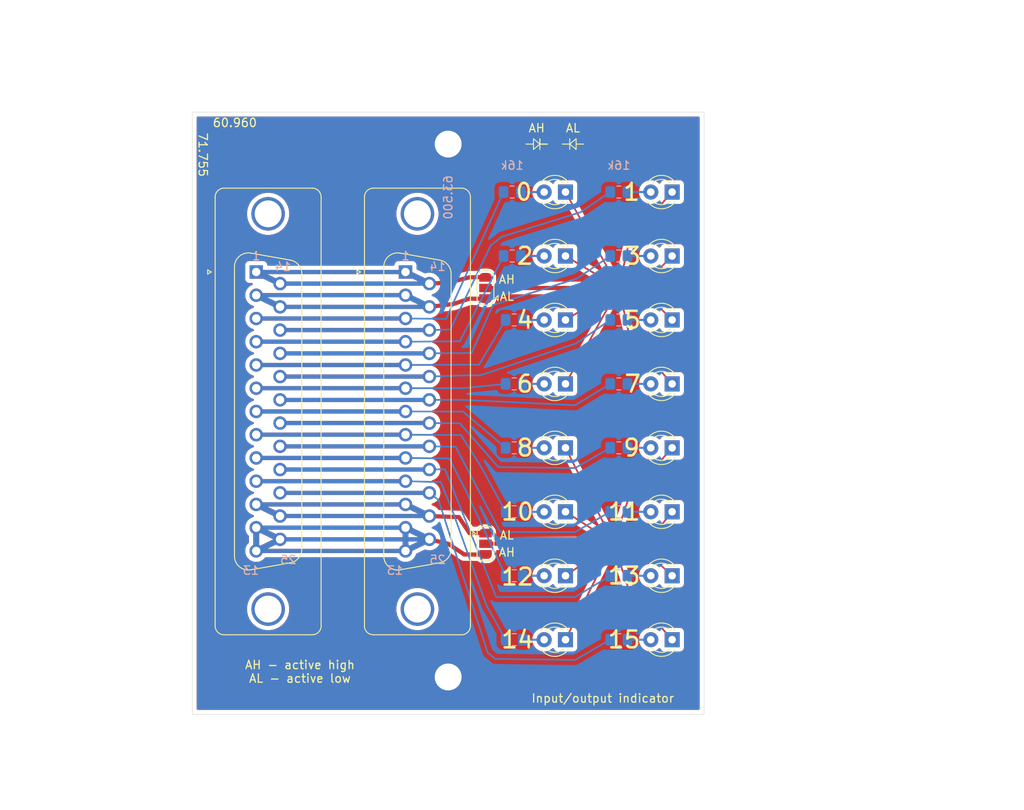
<source format=kicad_pcb>
(kicad_pcb (version 20171130) (host pcbnew 5.1.5+dfsg1-2build2)
  (layers (0 F.Cu signal) (31 B.Cu signal) (34 B.Paste user) (35 F.Paste user) (36 B.SilkS user) (37 F.SilkS user) (38 B.Mask user) (39 F.Mask user) (44 Edge.Cuts user))
  (net 0 "")
  (net 1 "Net-(D1-Pad2)")
  (net 2 GND)
  (net 3 "Net-(D2-Pad2)")
  (net 4 "Net-(D3-Pad2)")
  (net 5 "Net-(D4-Pad2)")
  (net 6 "Net-(D5-Pad2)")
  (net 7 "Net-(D6-Pad2)")
  (net 8 "Net-(D7-Pad2)")
  (net 9 "Net-(D8-Pad2)")
  (net 10 "Net-(D9-Pad2)")
  (net 11 "Net-(D10-Pad2)")
  (net 12 "Net-(D11-Pad2)")
  (net 13 "Net-(D12-Pad2)")
  (net 14 "Net-(D13-Pad2)")
  (net 15 "Net-(D14-Pad2)")
  (net 16 "Net-(D15-Pad2)")
  (net 17 "Net-(D16-Pad2)")
  (net 18 L14)
  (net 19 L12)
  (net 20 L10)
  (net 21 L8)
  (net 22 L6)
  (net 23 L4)
  (net 24 L2)
  (net 25 L15)
  (net 26 L13)
  (net 27 L11)
  (net 28 L9)
  (net 29 L7)
  (net 30 L5)
  (net 31 L3)
  (net 32 L1)
  (net 33 VP0_7)
  (net 34 "Net-(D1-Pad1)")
  (net 35 VP8_15)
  (net 36 "Net-(D10-Pad1)")
  (net 37 VM8_15)
  (net 38 VM0_7)
  (net 39 L0)
  (module Jumper:SolderJumper-3_P1.3mm_Open_RoundedPad1.0x1.5mm (layer F.Cu) (at 95.885 87.63 270)
    (fp_text reference JP2 hide)
    (fp_text value Jumper_3_Open hide)
    (pad 2 smd rect (at 0 0 270) (size 1 1.5) (layers F.Cu F.Mask) (net 36 "Net-(D10-Pad1)"))
    (pad 3 smd custom (at 1.3 0 270) (size 1 0.5) (layers F.Cu F.Mask) (net 37 VM8_15) (options (clearance outline) (anchor rect)) (primitives (gr_circle (center 0 0.25) (end 0.5 0.25) (width 0)) (gr_circle (center 0 -0.25) (end 0.5 -0.25) (width 0)) (gr_poly (pts (xy -0.55 -0.75) (xy 0 -0.75) (xy 0 0.75) (xy -0.55 0.75)) (width 0))))
    (pad 1 smd custom (at -1.3 0 270) (size 1 0.5) (layers F.Cu F.Mask) (net 35 VP8_15) (options (clearance outline) (anchor rect)) (primitives (gr_circle (center 0 0.25) (end 0.5 0.25) (width 0)) (gr_circle (center 0 -0.25) (end 0.5 -0.25) (width 0)) (gr_poly (pts (xy 0.55 -0.75) (xy 0 -0.75) (xy 0 0.75) (xy 0.55 0.75)) (width 0))))
  )
  (module Jumper:SolderJumper-3_P1.3mm_Open_RoundedPad1.0x1.5mm (layer F.Cu) (at 95.885 57.15 90)
    (fp_text reference JP1 hide)
    (fp_text value Jumper_3_Open hide)
    (pad 2 smd rect (at 0 0 90) (size 1 1.5) (layers F.Cu F.Mask) (net 34 "Net-(D1-Pad1)"))
    (pad 3 smd custom (at 1.3 0 90) (size 1 0.5) (layers F.Cu F.Mask) (net 38 VM0_7) (options (clearance outline) (anchor rect)) (primitives (gr_circle (center 0 0.25) (end 0.5 0.25) (width 0)) (gr_circle (center 0 -0.25) (end 0.5 -0.25) (width 0)) (gr_poly (pts (xy -0.55 -0.75) (xy 0 -0.75) (xy 0 0.75) (xy -0.55 0.75)) (width 0))))
    (pad 1 smd custom (at -1.3 0 90) (size 1 0.5) (layers F.Cu F.Mask) (net 33 VP0_7) (options (clearance outline) (anchor rect)) (primitives (gr_circle (center 0 0.25) (end 0.5 0.25) (width 0)) (gr_circle (center 0 -0.25) (end 0.5 -0.25) (width 0)) (gr_poly (pts (xy 0.55 -0.75) (xy 0 -0.75) (xy 0 0.75) (xy 0.55 0.75)) (width 0))))
  )
  (module MountingHole:MountingHole_3.2mm_M3_Pad (layer F.Cu) (at 91.44 103.505)
    (fp_text reference H2 hide)
    (fp_text value MountingHole_Pad hide)
    (pad 1 thru_hole circle (at 0 0) (size 6.4 6.4) (drill 3.2) (layers *.Cu *.Mask) (net 2 GND))
  )
  (module MountingHole:MountingHole_3.2mm_M3_Pad (layer F.Cu) (at 91.44 40.005)
    (fp_text reference H1 hide)
    (fp_text value MountingHole_Pad hide)
    (pad 1 thru_hole circle (at 0 0) (size 6.4 6.4) (drill 3.2) (layers *.Cu *.Mask) (net 2 GND))
  )
  (module Resistor_SMD:R_0805_2012Metric_Pad1.15x1.40mm_HandSolder (layer B.Cu) (at 111.76 83.82 180)
    (fp_text reference R12 hide)
    (fp_text value 16k hide)
    (pad 2 smd roundrect (at 1.025 0 180) (size 1.15 1.4) (layers B.Cu B.Paste B.Mask) (roundrect_rratio 0.217391) (net 27 L11))
    (pad 1 smd roundrect (at -1.025 0 180) (size 1.15 1.4) (layers B.Cu B.Paste B.Mask) (roundrect_rratio 0.217391) (net 13 "Net-(D12-Pad2)"))
  )
  (module Resistor_SMD:R_0805_2012Metric_Pad1.15x1.40mm_HandSolder (layer B.Cu) (at 111.76 91.44 180)
    (fp_text reference R14 hide)
    (fp_text value 16k hide)
    (pad 2 smd roundrect (at 1.025 0 180) (size 1.15 1.4) (layers B.Cu B.Paste B.Mask) (roundrect_rratio 0.217391) (net 26 L13))
    (pad 1 smd roundrect (at -1.025 0 180) (size 1.15 1.4) (layers B.Cu B.Paste B.Mask) (roundrect_rratio 0.217391) (net 15 "Net-(D14-Pad2)"))
  )
  (module LED_THT:LED_D3.0mm (layer F.Cu) (at 118.11 68.58 180)
    (fp_text reference D8 hide)
    (fp_text value 7 (at 4.699 0) (layer F.SilkS) (effects (font (size 2 2) (thickness 0.3))))
    (pad 2 thru_hole circle (at 2.54 0 180) (size 1.8 1.8) (drill 0.9) (layers *.Cu *.Mask) (net 9 "Net-(D8-Pad2)"))
    (pad 1 thru_hole rect (at 0 0 180) (size 1.8 1.8) (drill 0.9) (layers *.Cu *.Mask) (net 34 "Net-(D1-Pad1)"))
  )
  (module LED_THT:LED_D3.0mm (layer F.Cu) (at 118.11 60.96 180)
    (fp_text reference D6 hide)
    (fp_text value 5 (at 4.699 0) (layer F.SilkS) (effects (font (size 2 2) (thickness 0.3))))
    (pad 2 thru_hole circle (at 2.54 0 180) (size 1.8 1.8) (drill 0.9) (layers *.Cu *.Mask) (net 7 "Net-(D6-Pad2)"))
    (pad 1 thru_hole rect (at 0 0 180) (size 1.8 1.8) (drill 0.9) (layers *.Cu *.Mask) (net 34 "Net-(D1-Pad1)"))
  )
  (module LED_THT:LED_D3.0mm (layer F.Cu) (at 118.11 76.2 180)
    (fp_text reference D10 hide)
    (fp_text value 9 (at 4.826 0) (layer F.SilkS) (effects (font (size 2 2) (thickness 0.3))))
    (pad 2 thru_hole circle (at 2.54 0 180) (size 1.8 1.8) (drill 0.9) (layers *.Cu *.Mask) (net 11 "Net-(D10-Pad2)"))
    (pad 1 thru_hole rect (at 0 0 180) (size 1.8 1.8) (drill 0.9) (layers *.Cu *.Mask) (net 36 "Net-(D10-Pad1)"))
  )
  (module LED_THT:LED_D3.0mm (layer F.Cu) (at 118.11 99.06 180)
    (fp_text reference D16 hide)
    (fp_text value 15 (at 5.715 0) (layer F.SilkS) (effects (font (size 2 2) (thickness 0.3))))
    (pad 2 thru_hole circle (at 2.54 0 180) (size 1.8 1.8) (drill 0.9) (layers *.Cu *.Mask) (net 17 "Net-(D16-Pad2)"))
    (pad 1 thru_hole rect (at 0 0 180) (size 1.8 1.8) (drill 0.9) (layers *.Cu *.Mask) (net 36 "Net-(D10-Pad1)"))
  )
  (module LED_THT:LED_D3.0mm (layer F.Cu) (at 118.11 45.72 180)
    (fp_text reference D2 hide)
    (fp_text value 1 (at 4.826 0) (layer F.SilkS) (effects (font (size 2 2) (thickness 0.3))))
    (pad 2 thru_hole circle (at 2.54 0 180) (size 1.8 1.8) (drill 0.9) (layers *.Cu *.Mask) (net 3 "Net-(D2-Pad2)"))
    (pad 1 thru_hole rect (at 0 0 180) (size 1.8 1.8) (drill 0.9) (layers *.Cu *.Mask) (net 34 "Net-(D1-Pad1)"))
  )
  (module LED_THT:LED_D3.0mm (layer F.Cu) (at 118.11 83.82 180)
    (fp_text reference D12 hide)
    (fp_text value 11 (at 5.715 0) (layer F.SilkS) (effects (font (size 2 2) (thickness 0.3))))
    (pad 2 thru_hole circle (at 2.54 0 180) (size 1.8 1.8) (drill 0.9) (layers *.Cu *.Mask) (net 13 "Net-(D12-Pad2)"))
    (pad 1 thru_hole rect (at 0 0 180) (size 1.8 1.8) (drill 0.9) (layers *.Cu *.Mask) (net 36 "Net-(D10-Pad1)"))
  )
  (module Resistor_SMD:R_0805_2012Metric_Pad1.15x1.40mm_HandSolder (layer B.Cu) (at 111.76 60.96 180)
    (fp_text reference R6 hide)
    (fp_text value 16k hide)
    (pad 2 smd roundrect (at 1.025 0 180) (size 1.15 1.4) (layers B.Cu B.Paste B.Mask) (roundrect_rratio 0.217391) (net 30 L5))
    (pad 1 smd roundrect (at -1.025 0 180) (size 1.15 1.4) (layers B.Cu B.Paste B.Mask) (roundrect_rratio 0.217391) (net 7 "Net-(D6-Pad2)"))
  )
  (module Resistor_SMD:R_0805_2012Metric_Pad1.15x1.40mm_HandSolder (layer B.Cu) (at 111.76 53.34 180)
    (fp_text reference R4 hide)
    (fp_text value 16k hide)
    (pad 2 smd roundrect (at 1.025 0 180) (size 1.15 1.4) (layers B.Cu B.Paste B.Mask) (roundrect_rratio 0.217391) (net 31 L3))
    (pad 1 smd roundrect (at -1.025 0 180) (size 1.15 1.4) (layers B.Cu B.Paste B.Mask) (roundrect_rratio 0.217391) (net 5 "Net-(D4-Pad2)"))
  )
  (module Resistor_SMD:R_0805_2012Metric_Pad1.15x1.40mm_HandSolder (layer B.Cu) (at 111.76 99.06 180)
    (fp_text reference R16 hide)
    (fp_text value 16k hide)
    (pad 2 smd roundrect (at 1.025 0 180) (size 1.15 1.4) (layers B.Cu B.Paste B.Mask) (roundrect_rratio 0.217391) (net 25 L15))
    (pad 1 smd roundrect (at -1.025 0 180) (size 1.15 1.4) (layers B.Cu B.Paste B.Mask) (roundrect_rratio 0.217391) (net 17 "Net-(D16-Pad2)"))
  )
  (module Resistor_SMD:R_0805_2012Metric_Pad1.15x1.40mm_HandSolder (layer B.Cu) (at 111.76 76.2 180)
    (fp_text reference R10 hide)
    (fp_text value 16k hide)
    (pad 2 smd roundrect (at 1.025 0 180) (size 1.15 1.4) (layers B.Cu B.Paste B.Mask) (roundrect_rratio 0.217391) (net 28 L9))
    (pad 1 smd roundrect (at -1.025 0 180) (size 1.15 1.4) (layers B.Cu B.Paste B.Mask) (roundrect_rratio 0.217391) (net 11 "Net-(D10-Pad2)"))
  )
  (module Resistor_SMD:R_0805_2012Metric_Pad1.15x1.40mm_HandSolder (layer B.Cu) (at 111.76 68.58 180)
    (fp_text reference R8 hide)
    (fp_text value 16k hide)
    (pad 2 smd roundrect (at 1.025 0 180) (size 1.15 1.4) (layers B.Cu B.Paste B.Mask) (roundrect_rratio 0.217391) (net 29 L7))
    (pad 1 smd roundrect (at -1.025 0 180) (size 1.15 1.4) (layers B.Cu B.Paste B.Mask) (roundrect_rratio 0.217391) (net 9 "Net-(D8-Pad2)"))
  )
  (module Resistor_SMD:R_0805_2012Metric_Pad1.15x1.40mm_HandSolder (layer B.Cu) (at 111.76 45.72 180)
    (fp_text reference R2 hide)
    (fp_text value 16k hide)
    (pad 2 smd roundrect (at 1.025 0 180) (size 1.15 1.4) (layers B.Cu B.Paste B.Mask) (roundrect_rratio 0.217391) (net 32 L1))
    (pad 1 smd roundrect (at -1.025 0 180) (size 1.15 1.4) (layers B.Cu B.Paste B.Mask) (roundrect_rratio 0.217391) (net 3 "Net-(D2-Pad2)"))
  )
  (module LED_THT:LED_D3.0mm (layer F.Cu) (at 118.11 91.44 180)
    (fp_text reference D14 hide)
    (fp_text value 13 (at 5.715 0) (layer F.SilkS) (effects (font (size 2 2) (thickness 0.3))))
    (pad 2 thru_hole circle (at 2.54 0 180) (size 1.8 1.8) (drill 0.9) (layers *.Cu *.Mask) (net 15 "Net-(D14-Pad2)"))
    (pad 1 thru_hole rect (at 0 0 180) (size 1.8 1.8) (drill 0.9) (layers *.Cu *.Mask) (net 36 "Net-(D10-Pad1)"))
  )
  (module LED_THT:LED_D3.0mm (layer F.Cu) (at 118.11 53.34 180)
    (fp_text reference D4 hide)
    (fp_text value 3 (at 4.699 0) (layer F.SilkS) (effects (font (size 2 2) (thickness 0.3))))
    (pad 2 thru_hole circle (at 2.54 0 180) (size 1.8 1.8) (drill 0.9) (layers *.Cu *.Mask) (net 5 "Net-(D4-Pad2)"))
    (pad 1 thru_hole rect (at 0 0 180) (size 1.8 1.8) (drill 0.9) (layers *.Cu *.Mask) (net 34 "Net-(D1-Pad1)"))
  )
  (module Connector_Dsub:DSUB-25_Female_Vertical_P2.77x2.84mm_MountingHoles (layer F.Cu) (at 86.36 55.245 90)
    (fp_text reference J2 hide)
    (fp_text value DB25_Female hide)
    (pad 0 thru_hole circle (at 6.93 1.42 90) (size 4 4) (drill 3.2) (layers *.Cu *.Mask))
    (pad 0 thru_hole circle (at -40.17 1.42 90) (size 4 4) (drill 3.2) (layers *.Cu *.Mask))
    (pad 25 thru_hole circle (at -31.855 2.84 90) (size 1.6 1.6) (drill 1) (layers *.Cu *.Mask) (net 37 VM8_15))
    (pad 24 thru_hole circle (at -29.085 2.84 90) (size 1.6 1.6) (drill 1) (layers *.Cu *.Mask) (net 35 VP8_15))
    (pad 23 thru_hole circle (at -26.315 2.84 90) (size 1.6 1.6) (drill 1) (layers *.Cu *.Mask) (net 25 L15))
    (pad 22 thru_hole circle (at -23.545 2.84 90) (size 1.6 1.6) (drill 1) (layers *.Cu *.Mask) (net 26 L13))
    (pad 21 thru_hole circle (at -20.775 2.84 90) (size 1.6 1.6) (drill 1) (layers *.Cu *.Mask) (net 27 L11))
    (pad 20 thru_hole circle (at -18.005 2.84 90) (size 1.6 1.6) (drill 1) (layers *.Cu *.Mask) (net 28 L9))
    (pad 19 thru_hole circle (at -15.235 2.84 90) (size 1.6 1.6) (drill 1) (layers *.Cu *.Mask) (net 29 L7))
    (pad 18 thru_hole circle (at -12.465 2.84 90) (size 1.6 1.6) (drill 1) (layers *.Cu *.Mask) (net 30 L5))
    (pad 17 thru_hole circle (at -9.695 2.84 90) (size 1.6 1.6) (drill 1) (layers *.Cu *.Mask) (net 31 L3))
    (pad 16 thru_hole circle (at -6.925 2.84 90) (size 1.6 1.6) (drill 1) (layers *.Cu *.Mask) (net 32 L1))
    (pad 15 thru_hole circle (at -4.155 2.84 90) (size 1.6 1.6) (drill 1) (layers *.Cu *.Mask) (net 33 VP0_7))
    (pad 14 thru_hole circle (at -1.385 2.84 90) (size 1.6 1.6) (drill 1) (layers *.Cu *.Mask) (net 38 VM0_7))
    (pad 13 thru_hole circle (at -33.24 0 90) (size 1.6 1.6) (drill 1) (layers *.Cu *.Mask) (net 37 VM8_15))
    (pad 12 thru_hole circle (at -30.47 0 90) (size 1.6 1.6) (drill 1) (layers *.Cu *.Mask) (net 37 VM8_15))
    (pad 11 thru_hole circle (at -27.7 0 90) (size 1.6 1.6) (drill 1) (layers *.Cu *.Mask) (net 35 VP8_15))
    (pad 10 thru_hole circle (at -24.93 0 90) (size 1.6 1.6) (drill 1) (layers *.Cu *.Mask) (net 18 L14))
    (pad 9 thru_hole circle (at -22.16 0 90) (size 1.6 1.6) (drill 1) (layers *.Cu *.Mask) (net 19 L12))
    (pad 8 thru_hole circle (at -19.39 0 90) (size 1.6 1.6) (drill 1) (layers *.Cu *.Mask) (net 20 L10))
    (pad 7 thru_hole circle (at -16.62 0 90) (size 1.6 1.6) (drill 1) (layers *.Cu *.Mask) (net 21 L8))
    (pad 6 thru_hole circle (at -13.85 0 90) (size 1.6 1.6) (drill 1) (layers *.Cu *.Mask) (net 22 L6))
    (pad 5 thru_hole circle (at -11.08 0 90) (size 1.6 1.6) (drill 1) (layers *.Cu *.Mask) (net 23 L4))
    (pad 4 thru_hole circle (at -8.31 0 90) (size 1.6 1.6) (drill 1) (layers *.Cu *.Mask) (net 24 L2))
    (pad 3 thru_hole circle (at -5.54 0 90) (size 1.6 1.6) (drill 1) (layers *.Cu *.Mask) (net 39 L0))
    (pad 2 thru_hole circle (at -2.77 0 90) (size 1.6 1.6) (drill 1) (layers *.Cu *.Mask) (net 33 VP0_7))
    (pad 1 thru_hole rect (at 0 0 90) (size 1.6 1.6) (drill 1) (layers *.Cu *.Mask) (net 38 VM0_7))
  )
  (module Resistor_SMD:R_0805_2012Metric_Pad1.15x1.40mm_HandSolder (layer B.Cu) (at 99.305 99.06 180)
    (fp_text reference R15 hide)
    (fp_text value 16k hide)
    (pad 2 smd roundrect (at 1.025 0 180) (size 1.15 1.4) (layers B.Cu B.Paste B.Mask) (roundrect_rratio 0.217391) (net 18 L14))
    (pad 1 smd roundrect (at -1.025 0 180) (size 1.15 1.4) (layers B.Cu B.Paste B.Mask) (roundrect_rratio 0.217391) (net 16 "Net-(D15-Pad2)"))
  )
  (module Resistor_SMD:R_0805_2012Metric_Pad1.15x1.40mm_HandSolder (layer B.Cu) (at 99.305 91.44 180)
    (fp_text reference R13 hide)
    (fp_text value 16k hide)
    (pad 2 smd roundrect (at 1.025 0 180) (size 1.15 1.4) (layers B.Cu B.Paste B.Mask) (roundrect_rratio 0.217391) (net 19 L12))
    (pad 1 smd roundrect (at -1.025 0 180) (size 1.15 1.4) (layers B.Cu B.Paste B.Mask) (roundrect_rratio 0.217391) (net 14 "Net-(D13-Pad2)"))
  )
  (module Resistor_SMD:R_0805_2012Metric_Pad1.15x1.40mm_HandSolder (layer B.Cu) (at 99.305 83.82 180)
    (fp_text reference R11 hide)
    (fp_text value 16k hide)
    (pad 2 smd roundrect (at 1.025 0 180) (size 1.15 1.4) (layers B.Cu B.Paste B.Mask) (roundrect_rratio 0.217391) (net 20 L10))
    (pad 1 smd roundrect (at -1.025 0 180) (size 1.15 1.4) (layers B.Cu B.Paste B.Mask) (roundrect_rratio 0.217391) (net 12 "Net-(D11-Pad2)"))
  )
  (module Resistor_SMD:R_0805_2012Metric_Pad1.15x1.40mm_HandSolder (layer B.Cu) (at 99.305 76.2 180)
    (fp_text reference R9 hide)
    (fp_text value 16k hide)
    (pad 2 smd roundrect (at 1.025 0 180) (size 1.15 1.4) (layers B.Cu B.Paste B.Mask) (roundrect_rratio 0.217391) (net 21 L8))
    (pad 1 smd roundrect (at -1.025 0 180) (size 1.15 1.4) (layers B.Cu B.Paste B.Mask) (roundrect_rratio 0.217391) (net 10 "Net-(D9-Pad2)"))
  )
  (module Resistor_SMD:R_0805_2012Metric_Pad1.15x1.40mm_HandSolder (layer B.Cu) (at 99.305 68.58 180)
    (fp_text reference R7 hide)
    (fp_text value 16k hide)
    (pad 2 smd roundrect (at 1.025 0 180) (size 1.15 1.4) (layers B.Cu B.Paste B.Mask) (roundrect_rratio 0.217391) (net 22 L6))
    (pad 1 smd roundrect (at -1.025 0 180) (size 1.15 1.4) (layers B.Cu B.Paste B.Mask) (roundrect_rratio 0.217391) (net 8 "Net-(D7-Pad2)"))
  )
  (module Resistor_SMD:R_0805_2012Metric_Pad1.15x1.40mm_HandSolder (layer B.Cu) (at 99.305 60.96 180)
    (fp_text reference R5 hide)
    (fp_text value 16k hide)
    (pad 2 smd roundrect (at 1.025 0 180) (size 1.15 1.4) (layers B.Cu B.Paste B.Mask) (roundrect_rratio 0.217391) (net 23 L4))
    (pad 1 smd roundrect (at -1.025 0 180) (size 1.15 1.4) (layers B.Cu B.Paste B.Mask) (roundrect_rratio 0.217391) (net 6 "Net-(D5-Pad2)"))
  )
  (module Resistor_SMD:R_0805_2012Metric_Pad1.15x1.40mm_HandSolder (layer B.Cu) (at 99.06 53.34 180)
    (fp_text reference R3 hide)
    (fp_text value 16k hide)
    (pad 2 smd roundrect (at 1.025 0 180) (size 1.15 1.4) (layers B.Cu B.Paste B.Mask) (roundrect_rratio 0.217391) (net 24 L2))
    (pad 1 smd roundrect (at -1.025 0 180) (size 1.15 1.4) (layers B.Cu B.Paste B.Mask) (roundrect_rratio 0.217391) (net 4 "Net-(D3-Pad2)"))
  )
  (module Resistor_SMD:R_0805_2012Metric_Pad1.15x1.40mm_HandSolder (layer B.Cu) (at 99.06 45.72 180)
    (fp_text reference R1 hide)
    (fp_text value 16k hide)
    (pad 2 smd roundrect (at 1.025 0 180) (size 1.15 1.4) (layers B.Cu B.Paste B.Mask) (roundrect_rratio 0.217391) (net 39 L0))
    (pad 1 smd roundrect (at -1.025 0 180) (size 1.15 1.4) (layers B.Cu B.Paste B.Mask) (roundrect_rratio 0.217391) (net 1 "Net-(D1-Pad2)"))
  )
  (module Connector_Dsub:DSUB-25_Female_Vertical_P2.77x2.84mm_MountingHoles (layer F.Cu) (at 68.58 55.245 90)
    (fp_text reference J1 hide)
    (fp_text value DB25_Female hide)
    (pad 0 thru_hole circle (at 6.93 1.42 90) (size 4 4) (drill 3.2) (layers *.Cu *.Mask))
    (pad 0 thru_hole circle (at -40.17 1.42 90) (size 4 4) (drill 3.2) (layers *.Cu *.Mask))
    (pad 25 thru_hole circle (at -31.855 2.84 90) (size 1.6 1.6) (drill 1) (layers *.Cu *.Mask) (net 37 VM8_15))
    (pad 24 thru_hole circle (at -29.085 2.84 90) (size 1.6 1.6) (drill 1) (layers *.Cu *.Mask) (net 35 VP8_15))
    (pad 23 thru_hole circle (at -26.315 2.84 90) (size 1.6 1.6) (drill 1) (layers *.Cu *.Mask) (net 25 L15))
    (pad 22 thru_hole circle (at -23.545 2.84 90) (size 1.6 1.6) (drill 1) (layers *.Cu *.Mask) (net 26 L13))
    (pad 21 thru_hole circle (at -20.775 2.84 90) (size 1.6 1.6) (drill 1) (layers *.Cu *.Mask) (net 27 L11))
    (pad 20 thru_hole circle (at -18.005 2.84 90) (size 1.6 1.6) (drill 1) (layers *.Cu *.Mask) (net 28 L9))
    (pad 19 thru_hole circle (at -15.235 2.84 90) (size 1.6 1.6) (drill 1) (layers *.Cu *.Mask) (net 29 L7))
    (pad 18 thru_hole circle (at -12.465 2.84 90) (size 1.6 1.6) (drill 1) (layers *.Cu *.Mask) (net 30 L5))
    (pad 17 thru_hole circle (at -9.695 2.84 90) (size 1.6 1.6) (drill 1) (layers *.Cu *.Mask) (net 31 L3))
    (pad 16 thru_hole circle (at -6.925 2.84 90) (size 1.6 1.6) (drill 1) (layers *.Cu *.Mask) (net 32 L1))
    (pad 15 thru_hole circle (at -4.155 2.84 90) (size 1.6 1.6) (drill 1) (layers *.Cu *.Mask) (net 33 VP0_7))
    (pad 14 thru_hole circle (at -1.385 2.84 90) (size 1.6 1.6) (drill 1) (layers *.Cu *.Mask) (net 38 VM0_7))
    (pad 13 thru_hole circle (at -33.24 0 90) (size 1.6 1.6) (drill 1) (layers *.Cu *.Mask) (net 37 VM8_15))
    (pad 12 thru_hole circle (at -30.47 0 90) (size 1.6 1.6) (drill 1) (layers *.Cu *.Mask) (net 37 VM8_15))
    (pad 11 thru_hole circle (at -27.7 0 90) (size 1.6 1.6) (drill 1) (layers *.Cu *.Mask) (net 35 VP8_15))
    (pad 10 thru_hole circle (at -24.93 0 90) (size 1.6 1.6) (drill 1) (layers *.Cu *.Mask) (net 18 L14))
    (pad 9 thru_hole circle (at -22.16 0 90) (size 1.6 1.6) (drill 1) (layers *.Cu *.Mask) (net 19 L12))
    (pad 8 thru_hole circle (at -19.39 0 90) (size 1.6 1.6) (drill 1) (layers *.Cu *.Mask) (net 20 L10))
    (pad 7 thru_hole circle (at -16.62 0 90) (size 1.6 1.6) (drill 1) (layers *.Cu *.Mask) (net 21 L8))
    (pad 6 thru_hole circle (at -13.85 0 90) (size 1.6 1.6) (drill 1) (layers *.Cu *.Mask) (net 22 L6))
    (pad 5 thru_hole circle (at -11.08 0 90) (size 1.6 1.6) (drill 1) (layers *.Cu *.Mask) (net 23 L4))
    (pad 4 thru_hole circle (at -8.31 0 90) (size 1.6 1.6) (drill 1) (layers *.Cu *.Mask) (net 24 L2))
    (pad 3 thru_hole circle (at -5.54 0 90) (size 1.6 1.6) (drill 1) (layers *.Cu *.Mask) (net 39 L0))
    (pad 2 thru_hole circle (at -2.77 0 90) (size 1.6 1.6) (drill 1) (layers *.Cu *.Mask) (net 33 VP0_7))
    (pad 1 thru_hole rect (at 0 0 90) (size 1.6 1.6) (drill 1) (layers *.Cu *.Mask) (net 38 VM0_7))
  )
  (module LED_THT:LED_D3.0mm (layer F.Cu) (at 105.41 99.06 180)
    (fp_text reference D15 hide)
    (fp_text value 14 (at 5.715 0) (layer F.SilkS) (effects (font (size 2 2) (thickness 0.3))))
    (pad 2 thru_hole circle (at 2.54 0 180) (size 1.8 1.8) (drill 0.9) (layers *.Cu *.Mask) (net 16 "Net-(D15-Pad2)"))
    (pad 1 thru_hole rect (at 0 0 180) (size 1.8 1.8) (drill 0.9) (layers *.Cu *.Mask) (net 36 "Net-(D10-Pad1)"))
  )
  (module LED_THT:LED_D3.0mm (layer F.Cu) (at 105.41 91.44 180)
    (fp_text reference D13 hide)
    (fp_text value 12 (at 5.715 -0.127) (layer F.SilkS) (effects (font (size 2 2) (thickness 0.3))))
    (pad 2 thru_hole circle (at 2.54 0 180) (size 1.8 1.8) (drill 0.9) (layers *.Cu *.Mask) (net 14 "Net-(D13-Pad2)"))
    (pad 1 thru_hole rect (at 0 0 180) (size 1.8 1.8) (drill 0.9) (layers *.Cu *.Mask) (net 36 "Net-(D10-Pad1)"))
  )
  (module LED_THT:LED_D3.0mm (layer F.Cu) (at 105.41 83.82 180)
    (fp_text reference D11 hide)
    (fp_text value 10 (at 5.715 0) (layer F.SilkS) (effects (font (size 2 2) (thickness 0.3))))
    (pad 2 thru_hole circle (at 2.54 0 180) (size 1.8 1.8) (drill 0.9) (layers *.Cu *.Mask) (net 12 "Net-(D11-Pad2)"))
    (pad 1 thru_hole rect (at 0 0 180) (size 1.8 1.8) (drill 0.9) (layers *.Cu *.Mask) (net 36 "Net-(D10-Pad1)"))
  )
  (module LED_THT:LED_D3.0mm (layer F.Cu) (at 105.41 76.2 180)
    (fp_text reference D9 hide)
    (fp_text value 8 (at 4.826 0) (layer F.SilkS) (effects (font (size 2 2) (thickness 0.3))))
    (pad 2 thru_hole circle (at 2.54 0 180) (size 1.8 1.8) (drill 0.9) (layers *.Cu *.Mask) (net 10 "Net-(D9-Pad2)"))
    (pad 1 thru_hole rect (at 0 0 180) (size 1.8 1.8) (drill 0.9) (layers *.Cu *.Mask) (net 36 "Net-(D10-Pad1)"))
  )
  (module LED_THT:LED_D3.0mm (layer F.Cu) (at 105.41 68.58 180)
    (fp_text reference D7 hide)
    (fp_text value 6 (at 4.826 0) (layer F.SilkS) (effects (font (size 2 2) (thickness 0.3))))
    (pad 2 thru_hole circle (at 2.54 0 180) (size 1.8 1.8) (drill 0.9) (layers *.Cu *.Mask) (net 8 "Net-(D7-Pad2)"))
    (pad 1 thru_hole rect (at 0 0 180) (size 1.8 1.8) (drill 0.9) (layers *.Cu *.Mask) (net 34 "Net-(D1-Pad1)"))
  )
  (module LED_THT:LED_D3.0mm (layer F.Cu) (at 105.41 60.96 180)
    (fp_text reference D5 hide)
    (fp_text value 4 (at 4.826 0) (layer F.SilkS) (effects (font (size 2 2) (thickness 0.3))))
    (pad 2 thru_hole circle (at 2.54 0 180) (size 1.8 1.8) (drill 0.9) (layers *.Cu *.Mask) (net 6 "Net-(D5-Pad2)"))
    (pad 1 thru_hole rect (at 0 0 180) (size 1.8 1.8) (drill 0.9) (layers *.Cu *.Mask) (net 34 "Net-(D1-Pad1)"))
  )
  (module LED_THT:LED_D3.0mm (layer F.Cu) (at 105.41 53.34 180)
    (fp_text reference D3 hide)
    (fp_text value 2 (at 4.826 0) (layer F.SilkS) (effects (font (size 2 2) (thickness 0.3))))
    (pad 2 thru_hole circle (at 2.54 0 180) (size 1.8 1.8) (drill 0.9) (layers *.Cu *.Mask) (net 4 "Net-(D3-Pad2)"))
    (pad 1 thru_hole rect (at 0 0 180) (size 1.8 1.8) (drill 0.9) (layers *.Cu *.Mask) (net 34 "Net-(D1-Pad1)"))
  )
  (module LED_THT:LED_D3.0mm (layer F.Cu) (at 105.41 45.72 180)
    (fp_text reference D1 hide)
    (fp_text value 0 (at 4.953 0) (layer F.SilkS) (effects (font (size 2 2) (thickness 0.3))))
    (pad 2 thru_hole circle (at 2.54 0 180) (size 1.8 1.8) (drill 0.9) (layers *.Cu *.Mask) (net 1 "Net-(D1-Pad2)"))
    (pad 1 thru_hole rect (at 0 0 180) (size 1.8 1.8) (drill 0.9) (layers *.Cu *.Mask) (net 34 "Net-(D1-Pad1)"))
  )
  (gr_text 63.500 (at 91.44 46.355 90) (layer B.SilkS) (effects (font (size 1 1)) (justify mirror)))
  (gr_text "AH - active high\nAL - active low" (at 73.787 102.87) (layer F.SilkS) (effects (font (size 1 1))))
  (gr_line (start 107.569 40.005) (end 106.68 40.005) (layer F.SilkS) (width 0.12))
  (gr_line (start 105.918 40.005) (end 105.029 40.005) (layer F.SilkS) (width 0.12))
  (gr_line (start 105.918 40.005) (end 106.68 40.64) (layer F.SilkS) (width 0.12))
  (gr_line (start 106.68 39.37) (end 105.918 40.005) (layer F.SilkS) (width 0.12))
  (gr_line (start 105.918 40.64) (end 105.918 40.005) (layer F.SilkS) (width 0.12))
  (gr_line (start 105.918 39.37) (end 105.918 40.005) (layer F.SilkS) (width 0.12))
  (gr_line (start 106.68 39.37) (end 106.68 40.64) (layer F.SilkS) (width 0.12))
  (gr_text AH (at 101.981 38.1) (layer F.SilkS) (effects (font (size 1 1))))
  (gr_text AL (at 106.299 38.1) (layer F.SilkS) (effects (font (size 1 1))))
  (gr_line (start 101.6 40.005) (end 100.711 40.005) (layer F.SilkS) (width 0.12))
  (gr_line (start 103.251 40.005) (end 102.362 40.005) (layer F.SilkS) (width 0.12))
  (gr_line (start 102.362 40.005) (end 103.251 40.005) (layer F.SilkS) (width 0.12))
  (gr_line (start 102.362 40.64) (end 102.362 40.005) (layer F.SilkS) (width 0.12))
  (gr_line (start 102.362 39.37) (end 102.362 40.005) (layer F.SilkS) (width 0.12))
  (gr_line (start 102.362 40.005) (end 102.362 39.37) (layer F.SilkS) (width 0.12))
  (gr_line (start 102.362 40.005) (end 101.6 39.37) (layer F.SilkS) (width 0.12))
  (gr_line (start 101.6 40.64) (end 102.362 40.005) (layer F.SilkS) (width 0.12))
  (gr_line (start 101.6 39.37) (end 101.6 40.64) (layer F.SilkS) (width 0.12))
  (gr_text AH (at 98.425 88.646) (layer F.SilkS) (effects (font (size 1 1))))
  (gr_text AL (at 98.425 86.614) (layer F.SilkS) (effects (font (size 1 1))))
  (gr_text AL (at 98.425 58.166) (layer F.SilkS) (effects (font (size 1 1))))
  (gr_text AH (at 98.425 56.134) (layer F.SilkS) (effects (font (size 1 1))))
  (gr_text 71.755 (at 62.23 41.275 270) (layer F.SilkS) (effects (font (size 1 1))))
  (gr_text 60.960 (at 66.04 37.465) (layer F.SilkS) (effects (font (size 1 1))))
  (gr_text 1 (at 86.36 53.34) (layer B.SilkS) (effects (font (size 1 1)) (justify mirror)))
  (gr_text 14 (at 90.17 54.61) (layer B.SilkS) (effects (font (size 1 1)) (justify mirror)))
  (gr_text 25 (at 90.17 89.535) (layer B.SilkS) (effects (font (size 1 1)) (justify mirror)))
  (gr_text 13 (at 85.09 90.805) (layer B.SilkS) (effects (font (size 1 1)) (justify mirror)))
  (gr_text 13 (at 67.945 90.805) (layer B.SilkS) (effects (font (size 1 1)) (justify mirror)))
  (gr_text 25 (at 72.39 89.535) (layer B.SilkS) (effects (font (size 1 1)) (justify mirror)))
  (gr_text 14 (at 71.755 54.61) (layer B.SilkS) (effects (font (size 1 1)) (justify mirror)))
  (gr_text 1 (at 68.58 53.34) (layer B.SilkS) (effects (font (size 1 1))))
  (gr_text 16k (at 111.76 42.545) (layer B.SilkS) (effects (font (size 1 1)) (justify mirror)))
  (gr_text "Input/output indicator" (at 109.855 106.045) (layer F.SilkS) (effects (font (size 1 1))))
  (gr_line (start 60.96 107.95) (end 60.96 36.195) (layer Edge.Cuts) (width 0.05))
  (gr_line (start 121.92 107.95) (end 60.96 107.95) (layer Edge.Cuts) (width 0.05))
  (gr_line (start 121.92 36.195) (end 121.92 107.95) (layer Edge.Cuts) (width 0.05))
  (gr_line (start 60.96 36.195) (end 121.92 36.195) (layer Edge.Cuts) (width 0.05))
  (gr_text 16k (at 99.06 42.545) (layer B.SilkS) (effects (font (size 1 1)) (justify mirror)))
  (gr_line (start 52.705 22.86) (end 52.705 22.86) (layer Edge.Cuts) (width 0.05))
  (gr_line (start 52.705 22.86) (end 52.705 22.86) (layer Edge.Cuts) (width 0.05))
  (segment (start 100.085 45.72) (end 102.87 45.72) (width 0.25) (layer B.Cu) (net 1))
  (segment (start 112.785 45.72) (end 115.57 45.72) (width 0.25) (layer B.Cu) (net 3))
  (segment (start 102.87 53.34) (end 100.085 53.34) (width 0.25) (layer B.Cu) (net 4))
  (segment (start 115.57 53.34) (end 112.785 53.34) (width 0.25) (layer B.Cu) (net 5))
  (segment (start 100.33 60.96) (end 102.87 60.96) (width 0.25) (layer B.Cu) (net 6))
  (segment (start 112.785 60.96) (end 115.57 60.96) (width 0.25) (layer B.Cu) (net 7))
  (segment (start 102.87 68.58) (end 100.33 68.58) (width 0.25) (layer B.Cu) (net 8))
  (segment (start 115.57 68.58) (end 112.785 68.58) (width 0.25) (layer B.Cu) (net 9))
  (segment (start 100.33 76.2) (end 102.87 76.2) (width 0.25) (layer B.Cu) (net 10))
  (segment (start 112.785 76.2) (end 115.57 76.2) (width 0.25) (layer B.Cu) (net 11))
  (segment (start 102.87 83.82) (end 100.33 83.82) (width 0.25) (layer B.Cu) (net 12))
  (segment (start 115.57 83.82) (end 112.785 83.82) (width 0.25) (layer B.Cu) (net 13))
  (segment (start 100.33 91.44) (end 102.87 91.44) (width 0.25) (layer B.Cu) (net 14))
  (segment (start 115.57 91.44) (end 112.785 91.44) (width 0.25) (layer B.Cu) (net 15))
  (segment (start 100.33 99.06) (end 102.87 99.06) (width 0.25) (layer B.Cu) (net 16))
  (segment (start 112.785 99.06) (end 115.57 99.06) (width 0.25) (layer B.Cu) (net 17))
  (segment (start 86.36 80.175) (end 68.58 80.175) (width 0.5) (layer F.Cu) (net 18))
  (segment (start 86.36 80.175) (end 68.58 80.175) (width 0.5) (layer B.Cu) (net 18))
  (segment (start 90.551 80.264) (end 89.789 80.264) (width 0.2) (layer B.Cu) (net 18))
  (segment (start 91.948 83.693) (end 90.551 80.264) (width 0.2) (layer B.Cu) (net 18))
  (segment (start 96.012 94.996) (end 91.948 83.693) (width 0.2) (layer B.Cu) (net 18))
  (segment (start 89.789 80.264) (end 86.36 80.175) (width 0.2) (layer B.Cu) (net 18))
  (segment (start 98.28 99.06) (end 96.012 94.996) (width 0.2) (layer B.Cu) (net 18))
  (segment (start 86.36 77.405) (end 68.58 77.405) (width 0.5) (layer F.Cu) (net 19))
  (segment (start 86.36 77.405) (end 68.58 77.405) (width 0.5) (layer B.Cu) (net 19))
  (segment (start 91.567 77.47) (end 86.36 77.405) (width 0.2) (layer B.Cu) (net 19))
  (segment (start 93.472 81.153) (end 91.567 77.47) (width 0.2) (layer B.Cu) (net 19))
  (segment (start 98.28 91.44) (end 93.472 81.153) (width 0.2) (layer B.Cu) (net 19))
  (segment (start 68.58 74.635) (end 86.36 74.635) (width 0.5) (layer F.Cu) (net 20))
  (segment (start 86.36 74.635) (end 68.58 74.635) (width 0.5) (layer B.Cu) (net 20))
  (segment (start 92.964 74.676) (end 86.36 74.635) (width 0.2) (layer B.Cu) (net 20))
  (segment (start 95.377 78.486) (end 92.964 74.676) (width 0.2) (layer B.Cu) (net 20))
  (segment (start 98.28 83.82) (end 95.377 78.486) (width 0.2) (layer B.Cu) (net 20))
  (segment (start 68.58 71.865) (end 86.36 71.865) (width 0.5) (layer F.Cu) (net 21))
  (segment (start 86.36 71.865) (end 68.58 71.865) (width 0.5) (layer B.Cu) (net 21))
  (segment (start 93.218 71.882) (end 86.36 71.865) (width 0.2) (layer B.Cu) (net 21))
  (segment (start 98.28 76.2) (end 93.218 71.882) (width 0.2) (layer B.Cu) (net 21))
  (segment (start 68.58 69.095) (end 86.36 69.095) (width 0.5) (layer F.Cu) (net 22))
  (segment (start 86.36 69.095) (end 68.58 69.095) (width 0.5) (layer B.Cu) (net 22))
  (segment (start 98.28 68.58) (end 93.218 69.088) (width 0.2) (layer B.Cu) (net 22))
  (segment (start 93.218 69.088) (end 86.36 69.095) (width 0.2) (layer B.Cu) (net 22))
  (segment (start 68.58 66.325) (end 86.36 66.325) (width 0.5) (layer F.Cu) (net 23))
  (segment (start 86.36 66.325) (end 68.58 66.325) (width 0.5) (layer B.Cu) (net 23))
  (segment (start 98.28 60.96) (end 95.123 66.294) (width 0.2) (layer B.Cu) (net 23))
  (segment (start 95.123 66.294) (end 86.36 66.325) (width 0.2) (layer B.Cu) (net 23))
  (segment (start 68.58 63.555) (end 86.36 63.555) (width 0.5) (layer F.Cu) (net 24))
  (segment (start 86.36 63.555) (end 68.58 63.555) (width 0.5) (layer B.Cu) (net 24))
  (segment (start 98.035 53.34) (end 92.837 63.5) (width 0.2) (layer B.Cu) (net 24))
  (segment (start 92.837 63.5) (end 86.36 63.555) (width 0.2) (layer B.Cu) (net 24))
  (segment (start 71.42 81.56) (end 89.2 81.56) (width 0.5) (layer F.Cu) (net 25))
  (segment (start 71.42 81.56) (end 89.2 81.56) (width 0.5) (layer B.Cu) (net 25))
  (segment (start 97.028 101.346) (end 106.553 101.473) (width 0.2) (layer B.Cu) (net 25))
  (segment (start 96.139 100.584) (end 97.028 101.346) (width 0.2) (layer B.Cu) (net 25))
  (segment (start 106.553 101.473) (end 110.735 99.06) (width 0.2) (layer B.Cu) (net 25))
  (segment (start 90.297 82.423) (end 96.139 100.584) (width 0.2) (layer B.Cu) (net 25))
  (segment (start 89.2 81.56) (end 90.297 82.423) (width 0.2) (layer B.Cu) (net 25))
  (segment (start 71.42 78.79) (end 89.2 78.79) (width 0.5) (layer F.Cu) (net 26))
  (segment (start 71.42 78.79) (end 89.2 78.79) (width 0.5) (layer B.Cu) (net 26))
  (segment (start 106.553 93.98) (end 110.735 91.44) (width 0.2) (layer B.Cu) (net 26))
  (segment (start 97.155 93.98) (end 106.553 93.98) (width 0.2) (layer B.Cu) (net 26))
  (segment (start 91.059 78.74) (end 95.504 89.789) (width 0.2) (layer B.Cu) (net 26))
  (segment (start 95.504 89.789) (end 97.155 93.98) (width 0.2) (layer B.Cu) (net 26))
  (segment (start 89.2 78.79) (end 91.059 78.74) (width 0.2) (layer B.Cu) (net 26))
  (segment (start 71.42 76.02) (end 89.2 76.02) (width 0.5) (layer F.Cu) (net 27))
  (segment (start 71.42 76.02) (end 89.2 76.02) (width 0.5) (layer B.Cu) (net 27))
  (segment (start 106.553 86.233) (end 110.735 83.82) (width 0.2) (layer B.Cu) (net 27))
  (segment (start 97.663 86.233) (end 106.553 86.233) (width 0.2) (layer B.Cu) (net 27))
  (segment (start 92.329 76.073) (end 97.663 86.233) (width 0.2) (layer B.Cu) (net 27))
  (segment (start 89.2 76.02) (end 92.329 76.073) (width 0.2) (layer B.Cu) (net 27))
  (segment (start 71.42 73.25) (end 89.2 73.25) (width 0.5) (layer F.Cu) (net 28))
  (segment (start 71.42 73.25) (end 89.2 73.25) (width 0.5) (layer B.Cu) (net 28))
  (segment (start 97.409 78.486) (end 106.553 78.613) (width 0.2) (layer B.Cu) (net 28))
  (segment (start 106.553 78.613) (end 110.735 76.2) (width 0.2) (layer B.Cu) (net 28))
  (segment (start 92.837 73.279) (end 97.409 78.486) (width 0.2) (layer B.Cu) (net 28))
  (segment (start 89.2 73.25) (end 92.837 73.279) (width 0.2) (layer B.Cu) (net 28))
  (segment (start 71.42 70.48) (end 89.2 70.48) (width 0.5) (layer F.Cu) (net 29))
  (segment (start 71.42 70.48) (end 89.2 70.48) (width 0.5) (layer B.Cu) (net 29))
  (segment (start 93.218 70.485) (end 89.2 70.48) (width 0.2) (layer B.Cu) (net 29))
  (segment (start 106.553 71.12) (end 93.218 70.485) (width 0.2) (layer B.Cu) (net 29))
  (segment (start 110.735 68.58) (end 106.553 71.12) (width 0.2) (layer B.Cu) (net 29))
  (segment (start 71.42 67.71) (end 89.2 67.71) (width 0.5) (layer F.Cu) (net 30))
  (segment (start 71.42 67.71) (end 89.2 67.71) (width 0.5) (layer B.Cu) (net 30))
  (segment (start 93.345 67.564) (end 89.2 67.71) (width 0.2) (layer B.Cu) (net 30))
  (segment (start 95.25 67.564) (end 93.345 67.564) (width 0.2) (layer B.Cu) (net 30))
  (segment (start 106.68 63.754) (end 95.25 67.564) (width 0.2) (layer B.Cu) (net 30))
  (segment (start 110.735 60.96) (end 106.68 63.754) (width 0.2) (layer B.Cu) (net 30))
  (segment (start 71.42 64.94) (end 89.2 64.94) (width 0.5) (layer F.Cu) (net 31))
  (segment (start 71.42 64.94) (end 89.2 64.94) (width 0.5) (layer B.Cu) (net 31))
  (segment (start 94.234 64.897) (end 89.2 64.94) (width 0.2) (layer B.Cu) (net 31))
  (segment (start 96.774 59.182) (end 94.234 64.897) (width 0.2) (layer B.Cu) (net 31))
  (segment (start 106.807 56.007) (end 96.774 59.182) (width 0.2) (layer B.Cu) (net 31))
  (segment (start 110.735 53.34) (end 106.807 56.007) (width 0.2) (layer B.Cu) (net 31))
  (segment (start 71.42 62.17) (end 89.2 62.17) (width 0.5) (layer F.Cu) (net 32))
  (segment (start 71.42 62.17) (end 89.2 62.17) (width 0.5) (layer B.Cu) (net 32))
  (segment (start 91.694 62.103) (end 89.2 62.17) (width 0.2) (layer B.Cu) (net 32))
  (segment (start 107.188 48.133) (end 97.79 51.054) (width 0.2) (layer B.Cu) (net 32))
  (segment (start 96.52 52.07) (end 91.694 62.103) (width 0.2) (layer B.Cu) (net 32))
  (segment (start 97.79 51.054) (end 96.52 52.07) (width 0.2) (layer B.Cu) (net 32))
  (segment (start 110.735 45.72) (end 107.188 48.133) (width 0.2) (layer B.Cu) (net 32))
  (segment (start 68.58 58.015) (end 86.36 58.015) (width 0.5) (layer F.Cu) (net 33))
  (segment (start 71.42 59.4) (end 89.2 59.4) (width 0.5) (layer F.Cu) (net 33))
  (segment (start 68.58 58.015) (end 86.36 58.015) (width 0.5) (layer B.Cu) (net 33))
  (segment (start 71.42 59.4) (end 89.2 59.4) (width 0.5) (layer B.Cu) (net 33))
  (segment (start 86.36 58.015) (end 89.2 59.4) (width 0.5) (layer F.Cu) (net 33))
  (segment (start 86.36 58.015) (end 89.2 59.4) (width 0.7) (layer B.Cu) (net 33))
  (segment (start 68.58 58.015) (end 71.42 59.4) (width 0.7) (layer B.Cu) (net 33))
  (segment (start 68.58 58.015) (end 71.42 59.4) (width 0.7) (layer F.Cu) (net 33))
  (segment (start 89.2 59.4) (end 92.075 59.055) (width 0.5) (layer F.Cu) (net 33))
  (segment (start 92.075 59.055) (end 93.98 58.42) (width 0.5) (layer F.Cu) (net 33))
  (segment (start 93.98 58.42) (end 95.885 58.45) (width 0.5) (layer F.Cu) (net 33))
  (segment (start 111.76 57.15) (end 105.41 45.72) (width 0.2) (layer F.Cu) (net 34))
  (segment (start 111.76 57.15) (end 105.41 68.58) (width 0.2) (layer F.Cu) (net 34))
  (segment (start 111.76 57.15) (end 116.459 59.309) (width 0.2) (layer F.Cu) (net 34))
  (segment (start 116.459 59.309) (end 118.11 60.96) (width 0.2) (layer F.Cu) (net 34))
  (segment (start 111.76 57.15) (end 105.41 60.96) (width 0.2) (layer F.Cu) (net 34))
  (segment (start 111.76 57.15) (end 116.459 54.991) (width 0.2) (layer F.Cu) (net 34))
  (segment (start 116.459 54.991) (end 118.11 53.34) (width 0.2) (layer F.Cu) (net 34))
  (segment (start 111.76 57.15) (end 105.41 53.34) (width 0.2) (layer F.Cu) (net 34))
  (segment (start 111.76 57.15) (end 95.885 57.15) (width 0.5) (layer F.Cu) (net 34))
  (segment (start 113.03 62.865) (end 118.11 68.58) (width 0.2) (layer F.Cu) (net 34))
  (segment (start 111.76 57.15) (end 113.03 62.865) (width 0.2) (layer F.Cu) (net 34))
  (segment (start 113.03 51.435) (end 118.11 45.72) (width 0.2) (layer F.Cu) (net 34))
  (segment (start 111.76 57.15) (end 113.03 51.435) (width 0.2) (layer F.Cu) (net 34))
  (segment (start 86.36 82.945) (end 68.58 82.945) (width 0.5) (layer F.Cu) (net 35))
  (segment (start 71.42 84.33) (end 89.2 84.33) (width 0.5) (layer F.Cu) (net 35))
  (segment (start 86.36 82.945) (end 68.58 82.945) (width 0.5) (layer B.Cu) (net 35))
  (segment (start 71.42 84.33) (end 89.2 84.33) (width 0.5) (layer B.Cu) (net 35))
  (segment (start 68.58 82.945) (end 71.42 84.33) (width 0.7) (layer F.Cu) (net 35))
  (segment (start 86.36 82.945) (end 89.2 84.33) (width 0.7) (layer B.Cu) (net 35))
  (segment (start 68.58 82.945) (end 71.42 84.33) (width 0.7) (layer B.Cu) (net 35))
  (segment (start 86.36 82.945) (end 89.2 84.33) (width 0.7) (layer F.Cu) (net 35))
  (segment (start 89.2 84.33) (end 92.71 84.455) (width 0.5) (layer F.Cu) (net 35))
  (segment (start 92.71 84.455) (end 93.98 86.36) (width 0.5) (layer F.Cu) (net 35))
  (segment (start 93.98 86.36) (end 95.885 86.33) (width 0.5) (layer F.Cu) (net 35))
  (segment (start 111.125 87.503) (end 105.41 83.82) (width 0.2) (layer F.Cu) (net 36))
  (segment (start 111.125 87.503) (end 116.586 85.725) (width 0.2) (layer F.Cu) (net 36))
  (segment (start 116.586 85.725) (end 118.11 83.82) (width 0.2) (layer F.Cu) (net 36))
  (segment (start 111.125 87.503) (end 105.41 76.2) (width 0.2) (layer F.Cu) (net 36))
  (segment (start 111.125 87.503) (end 116.205 89.662) (width 0.2) (layer F.Cu) (net 36))
  (segment (start 116.205 89.662) (end 118.11 91.44) (width 0.2) (layer F.Cu) (net 36))
  (segment (start 111.125 87.503) (end 105.41 91.44) (width 0.2) (layer F.Cu) (net 36))
  (segment (start 111.125 87.503) (end 105.41 99.06) (width 0.2) (layer F.Cu) (net 36))
  (segment (start 95.885 87.63) (end 111.125 87.503) (width 0.5) (layer F.Cu) (net 36))
  (segment (start 113.03 93.345) (end 118.11 99.06) (width 0.2) (layer F.Cu) (net 36))
  (segment (start 111.125 87.503) (end 113.03 93.345) (width 0.2) (layer F.Cu) (net 36))
  (segment (start 113.03 81.915) (end 118.11 76.2) (width 0.2) (layer F.Cu) (net 36))
  (segment (start 111.125 87.503) (end 113.03 81.915) (width 0.2) (layer F.Cu) (net 36))
  (segment (start 68.58 85.715) (end 71.42 87.1) (width 0.7) (layer F.Cu) (net 37))
  (segment (start 71.42 87.1) (end 68.58 88.485) (width 0.7) (layer F.Cu) (net 37))
  (segment (start 68.58 88.485) (end 68.58 85.715) (width 0.7) (layer F.Cu) (net 37))
  (segment (start 86.36 85.715) (end 86.36 88.485) (width 0.7) (layer F.Cu) (net 37))
  (segment (start 86.36 88.485) (end 89.2 87.1) (width 0.7) (layer F.Cu) (net 37))
  (segment (start 89.2 87.1) (end 86.36 85.715) (width 0.7) (layer F.Cu) (net 37))
  (segment (start 68.58 85.715) (end 86.36 85.715) (width 0.5) (layer F.Cu) (net 37))
  (segment (start 68.58 88.485) (end 86.36 88.485) (width 0.5) (layer F.Cu) (net 37))
  (segment (start 89.2 87.1) (end 71.42 87.1) (width 0.5) (layer F.Cu) (net 37))
  (segment (start 89.2 87.1) (end 71.42 87.1) (width 0.5) (layer B.Cu) (net 37))
  (segment (start 68.58 88.485) (end 86.36 88.485) (width 0.5) (layer B.Cu) (net 37))
  (segment (start 86.36 85.715) (end 68.58 85.715) (width 0.5) (layer B.Cu) (net 37))
  (segment (start 68.58 85.715) (end 68.58 88.485) (width 0.7) (layer B.Cu) (net 37))
  (segment (start 68.58 88.485) (end 71.42 87.1) (width 0.7) (layer B.Cu) (net 37))
  (segment (start 71.42 87.1) (end 68.58 85.715) (width 0.7) (layer B.Cu) (net 37))
  (segment (start 86.36 85.715) (end 86.36 88.485) (width 0.7) (layer B.Cu) (net 37))
  (segment (start 86.36 88.485) (end 89.2 87.1) (width 0.7) (layer B.Cu) (net 37))
  (segment (start 89.2 87.1) (end 86.36 85.715) (width 0.7) (layer B.Cu) (net 37))
  (segment (start 89.2 87.1) (end 91.44 87.63) (width 0.5) (layer F.Cu) (net 37))
  (segment (start 91.44 87.63) (end 93.345 88.9) (width 0.5) (layer F.Cu) (net 37))
  (segment (start 93.345 88.9) (end 95.885 88.93) (width 0.5) (layer F.Cu) (net 37))
  (segment (start 68.58 55.245) (end 71.42 56.63) (width 0.7) (layer B.Cu) (net 38))
  (segment (start 86.36 55.245) (end 89.2 56.63) (width 0.7) (layer B.Cu) (net 38))
  (segment (start 89.2 56.63) (end 86.36 55.245) (width 0.7) (layer F.Cu) (net 38))
  (segment (start 68.58 55.245) (end 71.42 56.63) (width 0.7) (layer F.Cu) (net 38))
  (segment (start 71.42 56.63) (end 89.2 56.63) (width 0.5) (layer B.Cu) (net 38))
  (segment (start 86.36 55.245) (end 68.58 55.245) (width 0.5) (layer B.Cu) (net 38))
  (segment (start 86.36 55.245) (end 68.58 55.245) (width 0.5) (layer F.Cu) (net 38))
  (segment (start 71.42 56.63) (end 89.2 56.63) (width 0.5) (layer F.Cu) (net 38))
  (segment (start 89.2 56.63) (end 91.44 56.515) (width 0.5) (layer F.Cu) (net 38))
  (segment (start 91.44 56.515) (end 93.98 55.88) (width 0.5) (layer F.Cu) (net 38))
  (segment (start 93.98 55.88) (end 95.885 55.85) (width 0.5) (layer F.Cu) (net 38))
  (segment (start 68.58 60.785) (end 86.36 60.785) (width 0.5) (layer F.Cu) (net 39))
  (segment (start 86.36 60.785) (end 68.58 60.785) (width 0.5) (layer B.Cu) (net 39))
  (segment (start 98.035 45.72) (end 91.186 60.833) (width 0.2) (layer B.Cu) (net 39))
  (segment (start 91.186 60.833) (end 86.36 60.785) (width 0.2) (layer B.Cu) (net 39))
  (zone (net 2) (net_name GND) (layer F.Cu) (connect_pads (clearance 0.508)) (min_thickness 0.254) (fill yes (arc_segments 32) (thermal_gap 0.508) (thermal_bridge_width 0.508))
    (polygon (pts (xy 157.48 116.84) (xy 45.72 116.84) (xy 45.72 27.94) (xy 157.48 27.94)))
  )
  (zone (net 2) (net_name GND) (layer B.Cu) (connect_pads (clearance 0.508)) (min_thickness 0.254) (fill yes (arc_segments 32) (thermal_gap 0.508) (thermal_bridge_width 0.508))
    (polygon (pts (xy 160.02 119.38) (xy 43.18 119.38) (xy 43.18 25.4) (xy 160.02 25.4)))
  )
)
</source>
